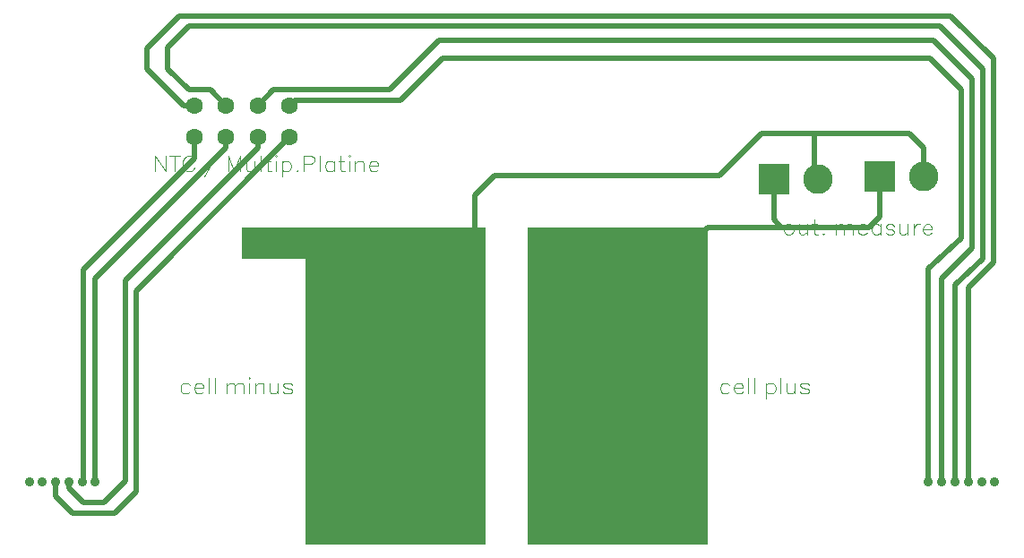
<source format=gtl>
%FSLAX46Y46*%
%MOMM*%
%ADD10C,0.000000*%
%ADD11C,0.500000*%
%AMPS12*
1,1,2.800000,0.000000,0.000000*
%
%ADD12PS12*%
%AMPS14*
1,1,0.900000,0.000000,0.000000*
%
%ADD14PS14*%
%AMPS15*
1,1,1.600000,0.000000,0.000000*
%
%ADD15PS15*%
%AMPS16*
1,1,1.600000,0.000000,0.000000*
%
%ADD16PS16*%
%AMPS13*
21,1,2.800000,2.800000,0.000000,0.000000,180.000000*
%
%ADD13PS13*%
G01*
%LPD*%
G36*
X72000000Y0D02*
X55000000Y0D01*
X55000000Y30000000D01*
X72000000Y30000000D01*
X72000000Y0D01*
D02*
G37*
%LPD*%
G36*
X51000000Y0D02*
X34000000Y0D01*
X34000000Y30000000D01*
X51000000Y30000000D01*
X51000000Y0D01*
D02*
G37*
%LPD*%
G36*
X34000000Y27000000D02*
X28000000Y27000000D01*
X28000000Y30000000D01*
X34000000Y30000000D01*
X34000000Y27000000D01*
D02*
G37*
G01*
%LPD*%
D10*
X73928568Y15214286D02*
X74071432Y15071429D01*
D10*
X73785712Y15285714D02*
X73928568Y15214286D01*
D10*
X73571432Y15285714D02*
X73785712Y15285714D01*
D10*
X73428568Y15214286D02*
X73571432Y15285714D01*
D10*
X73285712Y15071429D02*
X73428568Y15214286D01*
D10*
X73214288Y14857143D02*
X73285712Y15071429D01*
D10*
X73214288Y14714286D02*
X73214288Y14857143D01*
D10*
X73285712Y14500000D02*
X73214288Y14714286D01*
D10*
X73428568Y14357143D02*
X73285712Y14500000D01*
D10*
X73571432Y14285714D02*
X73428568Y14357143D01*
D10*
X73785712Y14285714D02*
X73571432Y14285714D01*
D10*
X73928568Y14357143D02*
X73785712Y14285714D01*
D10*
X74071432Y14500000D02*
X73928568Y14357143D01*
D10*
X75357144Y14857143D02*
X74500000Y14857143D01*
D10*
X75357144Y15000000D02*
X75357144Y14857143D01*
D10*
X75285712Y15142857D02*
X75357144Y15000000D01*
D10*
X75214288Y15214286D02*
X75285712Y15142857D01*
D10*
X75071432Y15285714D02*
X75214288Y15214286D01*
D10*
X74857144Y15285714D02*
X75071432Y15285714D01*
D10*
X74714288Y15214286D02*
X74857144Y15285714D01*
D10*
X74571432Y15071429D02*
X74714288Y15214286D01*
D10*
X74500000Y14857143D02*
X74571432Y15071429D01*
D10*
X74500000Y14714286D02*
X74500000Y14857143D01*
D10*
X74571432Y14500000D02*
X74500000Y14714286D01*
D10*
X74714288Y14357143D02*
X74571432Y14500000D01*
D10*
X74857144Y14285714D02*
X74714288Y14357143D01*
D10*
X75071432Y14285714D02*
X74857144Y14285714D01*
D10*
X75214288Y14357143D02*
X75071432Y14285714D01*
D10*
X75357144Y14500000D02*
X75214288Y14357143D01*
D10*
X75857144Y14285714D02*
X75857144Y15785714D01*
D10*
X76428568Y14285714D02*
X76428568Y15785714D01*
D10*
X77571432Y13785714D02*
X77571432Y15285714D01*
D10*
X77714288Y15214286D02*
X77571432Y15071429D01*
D10*
X77857144Y15285714D02*
X77714288Y15214286D01*
D10*
X78071432Y15285714D02*
X77857144Y15285714D01*
D10*
X78214288Y15214286D02*
X78071432Y15285714D01*
D10*
X78357144Y15071429D02*
X78214288Y15214286D01*
D10*
X78428568Y14857143D02*
X78357144Y15071429D01*
D10*
X78428568Y14714286D02*
X78428568Y14857143D01*
D10*
X78357144Y14500000D02*
X78428568Y14714286D01*
D10*
X78214288Y14357143D02*
X78357144Y14500000D01*
D10*
X78071432Y14285714D02*
X78214288Y14357143D01*
D10*
X77857144Y14285714D02*
X78071432Y14285714D01*
D10*
X77714288Y14357143D02*
X77857144Y14285714D01*
D10*
X77571432Y14500000D02*
X77714288Y14357143D01*
D10*
X78928568Y14285714D02*
X78928568Y15785714D01*
D10*
X79500000Y14571429D02*
X79500000Y15285714D01*
D10*
X79571432Y14357143D02*
X79500000Y14571429D01*
D10*
X79714288Y14285714D02*
X79571432Y14357143D01*
D10*
X79928568Y14285714D02*
X79714288Y14285714D01*
D10*
X80071432Y14357143D02*
X79928568Y14285714D01*
D10*
X80285712Y14571429D02*
X80071432Y14357143D01*
D10*
X80285712Y14285714D02*
X80285712Y15285714D01*
D10*
X81500000Y15214286D02*
X81571424Y15071429D01*
D10*
X81285712Y15285714D02*
X81500000Y15214286D01*
D10*
X81071432Y15285714D02*
X81285712Y15285714D01*
D10*
X80857144Y15214286D02*
X81071432Y15285714D01*
D10*
X80785712Y15071429D02*
X80857144Y15214286D01*
D10*
X80857144Y14928571D02*
X80785712Y15071429D01*
D10*
X81000000Y14857143D02*
X80857144Y14928571D01*
D10*
X81357144Y14785714D02*
X81000000Y14857143D01*
D10*
X81500000Y14714286D02*
X81357144Y14785714D01*
D10*
X81571424Y14571429D02*
X81500000Y14714286D01*
D10*
X81571424Y14500000D02*
X81571424Y14571429D01*
D10*
X81500000Y14357143D02*
X81571424Y14500000D01*
D10*
X81285712Y14285714D02*
X81500000Y14357143D01*
D10*
X81071432Y14285714D02*
X81285712Y14285714D01*
D10*
X80857144Y14357143D02*
X81071432Y14285714D01*
D10*
X80785712Y14500000D02*
X80857144Y14357143D01*
D10*
X22928572Y15214286D02*
X23071428Y15071429D01*
D10*
X22785714Y15285714D02*
X22928572Y15214286D01*
D10*
X22571428Y15285714D02*
X22785714Y15285714D01*
D10*
X22428572Y15214286D02*
X22571428Y15285714D01*
D10*
X22285714Y15071429D02*
X22428572Y15214286D01*
D10*
X22214286Y14857143D02*
X22285714Y15071429D01*
D10*
X22214286Y14714286D02*
X22214286Y14857143D01*
D10*
X22285714Y14500000D02*
X22214286Y14714286D01*
D10*
X22428572Y14357143D02*
X22285714Y14500000D01*
D10*
X22571428Y14285714D02*
X22428572Y14357143D01*
D10*
X22785714Y14285714D02*
X22571428Y14285714D01*
D10*
X22928572Y14357143D02*
X22785714Y14285714D01*
D10*
X23071428Y14500000D02*
X22928572Y14357143D01*
D10*
X24357142Y14857143D02*
X23500000Y14857143D01*
D10*
X24357142Y15000000D02*
X24357142Y14857143D01*
D10*
X24285714Y15142857D02*
X24357142Y15000000D01*
D10*
X24214286Y15214286D02*
X24285714Y15142857D01*
D10*
X24071428Y15285714D02*
X24214286Y15214286D01*
D10*
X23857142Y15285714D02*
X24071428Y15285714D01*
D10*
X23714286Y15214286D02*
X23857142Y15285714D01*
D10*
X23571428Y15071429D02*
X23714286Y15214286D01*
D10*
X23500000Y14857143D02*
X23571428Y15071429D01*
D10*
X23500000Y14714286D02*
X23500000Y14857143D01*
D10*
X23571428Y14500000D02*
X23500000Y14714286D01*
D10*
X23714286Y14357143D02*
X23571428Y14500000D01*
D10*
X23857142Y14285714D02*
X23714286Y14357143D01*
D10*
X24071428Y14285714D02*
X23857142Y14285714D01*
D10*
X24214286Y14357143D02*
X24071428Y14285714D01*
D10*
X24357142Y14500000D02*
X24214286Y14357143D01*
D10*
X24857142Y14285714D02*
X24857142Y15785714D01*
D10*
X25428572Y14285714D02*
X25428572Y15785714D01*
D10*
X26571428Y14285714D02*
X26571428Y15285714D01*
D10*
X26785714Y15214286D02*
X26571428Y15000000D01*
D10*
X26928572Y15285714D02*
X26785714Y15214286D01*
D10*
X27142856Y15285714D02*
X26928572Y15285714D01*
D10*
X27285714Y15214286D02*
X27142856Y15285714D01*
D10*
X27357144Y15000000D02*
X27285714Y15214286D01*
D10*
X27357144Y14285714D02*
X27357144Y15000000D01*
D10*
X27571428Y15214286D02*
X27357144Y15000000D01*
D10*
X27714286Y15285714D02*
X27571428Y15214286D01*
D10*
X27928572Y15285714D02*
X27714286Y15285714D01*
D10*
X28071428Y15214286D02*
X27928572Y15285714D01*
D10*
X28142856Y15000000D02*
X28071428Y15214286D01*
D10*
X28142856Y14285714D02*
X28142856Y15000000D01*
D10*
X28714286Y15714286D02*
X28642856Y15785714D01*
D10*
X28785714Y15785714D02*
X28714286Y15714286D01*
D10*
X28714286Y15857143D02*
X28785714Y15785714D01*
D10*
X28642856Y15785714D02*
X28714286Y15857143D01*
D10*
X28714286Y14285714D02*
X28714286Y15285714D01*
D10*
X29285714Y14285714D02*
X29285714Y15285714D01*
D10*
X29500000Y15214286D02*
X29285714Y15000000D01*
D10*
X29642856Y15285714D02*
X29500000Y15214286D01*
D10*
X29857142Y15285714D02*
X29642856Y15285714D01*
D10*
X30000000Y15214286D02*
X29857142Y15285714D01*
D10*
X30071428Y15000000D02*
X30000000Y15214286D01*
D10*
X30071428Y14285714D02*
X30071428Y15000000D01*
D10*
X30642856Y14571429D02*
X30642856Y15285714D01*
D10*
X30714286Y14357143D02*
X30642856Y14571429D01*
D10*
X30857144Y14285714D02*
X30714286Y14357143D01*
D10*
X31071428Y14285714D02*
X30857144Y14285714D01*
D10*
X31214286Y14357143D02*
X31071428Y14285714D01*
D10*
X31428572Y14571429D02*
X31214286Y14357143D01*
D10*
X31428572Y14285714D02*
X31428572Y15285714D01*
D10*
X32642856Y15214286D02*
X32714286Y15071429D01*
D10*
X32428572Y15285714D02*
X32642856Y15214286D01*
D10*
X32214286Y15285714D02*
X32428572Y15285714D01*
D10*
X32000000Y15214286D02*
X32214286Y15285714D01*
D10*
X31928572Y15071429D02*
X32000000Y15214286D01*
D10*
X32000000Y14928571D02*
X31928572Y15071429D01*
D10*
X32142856Y14857143D02*
X32000000Y14928571D01*
D10*
X32500000Y14785714D02*
X32142856Y14857143D01*
D10*
X32642856Y14714286D02*
X32500000Y14785714D01*
D10*
X32714286Y14571429D02*
X32642856Y14714286D01*
D10*
X32714286Y14500000D02*
X32714286Y14571429D01*
D10*
X32642856Y14357143D02*
X32714286Y14500000D01*
D10*
X32428572Y14285714D02*
X32642856Y14357143D01*
D10*
X32214286Y14285714D02*
X32428572Y14285714D01*
D10*
X32000000Y14357143D02*
X32214286Y14285714D01*
D10*
X31928572Y14500000D02*
X32000000Y14357143D01*
D10*
X79428568Y30214286D02*
X79571432Y30285714D01*
D10*
X79285712Y30071428D02*
X79428568Y30214286D01*
D10*
X79214288Y29857142D02*
X79285712Y30071428D01*
D10*
X79214288Y29714286D02*
X79214288Y29857142D01*
D10*
X79285712Y29500000D02*
X79214288Y29714286D01*
D10*
X79428568Y29357142D02*
X79285712Y29500000D01*
D10*
X79571432Y29285714D02*
X79428568Y29357142D01*
D10*
X79785712Y29285714D02*
X79571432Y29285714D01*
D10*
X79928568Y29357142D02*
X79785712Y29285714D01*
D10*
X80071432Y29500000D02*
X79928568Y29357142D01*
D10*
X80142856Y29714286D02*
X80071432Y29500000D01*
D10*
X80142856Y29857142D02*
X80142856Y29714286D01*
D10*
X80071432Y30071428D02*
X80142856Y29857142D01*
D10*
X79928568Y30214286D02*
X80071432Y30071428D01*
D10*
X79785712Y30285714D02*
X79928568Y30214286D01*
D10*
X79571432Y30285714D02*
X79785712Y30285714D01*
D10*
X80642856Y29571428D02*
X80642856Y30285714D01*
D10*
X80714288Y29357142D02*
X80642856Y29571428D01*
D10*
X80857144Y29285714D02*
X80714288Y29357142D01*
D10*
X81071432Y29285714D02*
X80857144Y29285714D01*
D10*
X81214288Y29357142D02*
X81071432Y29285714D01*
D10*
X81428568Y29571428D02*
X81214288Y29357142D01*
D10*
X81428568Y29285714D02*
X81428568Y30285714D01*
D10*
X82071432Y29571428D02*
X82071432Y30785714D01*
D10*
X82142856Y29357142D02*
X82071432Y29571428D01*
D10*
X82285712Y29285714D02*
X82142856Y29357142D01*
D10*
X82428568Y29285714D02*
X82285712Y29285714D01*
D10*
X82357144Y30285714D02*
X81857144Y30285714D01*
D10*
X82857144Y29357142D02*
X82928568Y29428572D01*
D10*
X82928568Y29285714D02*
X82857144Y29357142D01*
D10*
X83000000Y29357142D02*
X82928568Y29285714D01*
D10*
X82928568Y29428572D02*
X83000000Y29357142D01*
D10*
X84142856Y29285714D02*
X84142856Y30285714D01*
D10*
X84357144Y30214286D02*
X84142856Y30000000D01*
D10*
X84500000Y30285714D02*
X84357144Y30214286D01*
D10*
X84714288Y30285714D02*
X84500000Y30285714D01*
D10*
X84857144Y30214286D02*
X84714288Y30285714D01*
D10*
X84928568Y30000000D02*
X84857144Y30214286D01*
D10*
X84928568Y29285714D02*
X84928568Y30000000D01*
D10*
X85142856Y30214286D02*
X84928568Y30000000D01*
D10*
X85285712Y30285714D02*
X85142856Y30214286D01*
D10*
X85500000Y30285714D02*
X85285712Y30285714D01*
D10*
X85642856Y30214286D02*
X85500000Y30285714D01*
D10*
X85714288Y30000000D02*
X85642856Y30214286D01*
D10*
X85714288Y29285714D02*
X85714288Y30000000D01*
D10*
X87071432Y29857142D02*
X86214288Y29857142D01*
D10*
X87071432Y30000000D02*
X87071432Y29857142D01*
D10*
X87000000Y30142858D02*
X87071432Y30000000D01*
D10*
X86928568Y30214286D02*
X87000000Y30142858D01*
D10*
X86785712Y30285714D02*
X86928568Y30214286D01*
D10*
X86571432Y30285714D02*
X86785712Y30285714D01*
D10*
X86428568Y30214286D02*
X86571432Y30285714D01*
D10*
X86285712Y30071428D02*
X86428568Y30214286D01*
D10*
X86214288Y29857142D02*
X86285712Y30071428D01*
D10*
X86214288Y29714286D02*
X86214288Y29857142D01*
D10*
X86285712Y29500000D02*
X86214288Y29714286D01*
D10*
X86428568Y29357142D02*
X86285712Y29500000D01*
D10*
X86571432Y29285714D02*
X86428568Y29357142D01*
D10*
X86785712Y29285714D02*
X86571432Y29285714D01*
D10*
X86928568Y29357142D02*
X86785712Y29285714D01*
D10*
X87071432Y29500000D02*
X86928568Y29357142D01*
D10*
X88357144Y29285714D02*
X88357144Y30285714D01*
D10*
X88214288Y30214286D02*
X88357144Y30071428D01*
D10*
X88071424Y30285714D02*
X88214288Y30214286D01*
D10*
X87857144Y30285714D02*
X88071424Y30285714D01*
D10*
X87714288Y30214286D02*
X87857144Y30285714D01*
D10*
X87571424Y30071428D02*
X87714288Y30214286D01*
D10*
X87500000Y29857142D02*
X87571424Y30071428D01*
D10*
X87500000Y29714286D02*
X87500000Y29857142D01*
D10*
X87571424Y29500000D02*
X87500000Y29714286D01*
D10*
X87714288Y29357142D02*
X87571424Y29500000D01*
D10*
X87857144Y29285714D02*
X87714288Y29357142D01*
D10*
X88071424Y29285714D02*
X87857144Y29285714D01*
D10*
X88214288Y29357142D02*
X88071424Y29285714D01*
D10*
X88357144Y29500000D02*
X88214288Y29357142D01*
D10*
X89571424Y30214286D02*
X89642856Y30071428D01*
D10*
X89357144Y30285714D02*
X89571424Y30214286D01*
D10*
X89142856Y30285714D02*
X89357144Y30285714D01*
D10*
X88928568Y30214286D02*
X89142856Y30285714D01*
D10*
X88857144Y30071428D02*
X88928568Y30214286D01*
D10*
X88928568Y29928572D02*
X88857144Y30071428D01*
D10*
X89071424Y29857142D02*
X88928568Y29928572D01*
D10*
X89428568Y29785714D02*
X89071424Y29857142D01*
D10*
X89571424Y29714286D02*
X89428568Y29785714D01*
D10*
X89642856Y29571428D02*
X89571424Y29714286D01*
D10*
X89642856Y29500000D02*
X89642856Y29571428D01*
D10*
X89571424Y29357142D02*
X89642856Y29500000D01*
D10*
X89357144Y29285714D02*
X89571424Y29357142D01*
D10*
X89142856Y29285714D02*
X89357144Y29285714D01*
D10*
X88928568Y29357142D02*
X89142856Y29285714D01*
D10*
X88857144Y29500000D02*
X88928568Y29357142D01*
D10*
X90142856Y29571428D02*
X90142856Y30285714D01*
D10*
X90214288Y29357142D02*
X90142856Y29571428D01*
D10*
X90357144Y29285714D02*
X90214288Y29357142D01*
D10*
X90571424Y29285714D02*
X90357144Y29285714D01*
D10*
X90714288Y29357142D02*
X90571424Y29285714D01*
D10*
X90928568Y29571428D02*
X90714288Y29357142D01*
D10*
X90928568Y29285714D02*
X90928568Y30285714D01*
D10*
X91500000Y29285714D02*
X91500000Y30285714D01*
D10*
X91571424Y30071428D02*
X91500000Y29857142D01*
D10*
X91714288Y30214286D02*
X91571424Y30071428D01*
D10*
X91857144Y30285714D02*
X91714288Y30214286D01*
D10*
X92071424Y30285714D02*
X91857144Y30285714D01*
D10*
X93214288Y29857142D02*
X92357144Y29857142D01*
D10*
X93214288Y30000000D02*
X93214288Y29857142D01*
D10*
X93142856Y30142858D02*
X93214288Y30000000D01*
D10*
X93071424Y30214286D02*
X93142856Y30142858D01*
D10*
X92928568Y30285714D02*
X93071424Y30214286D01*
D10*
X92714288Y30285714D02*
X92928568Y30285714D01*
D10*
X92571424Y30214286D02*
X92714288Y30285714D01*
D10*
X92428568Y30071428D02*
X92571424Y30214286D01*
D10*
X92357144Y29857142D02*
X92428568Y30071428D01*
D10*
X92357144Y29714286D02*
X92357144Y29857142D01*
D10*
X92428568Y29500000D02*
X92357144Y29714286D01*
D10*
X92571424Y29357142D02*
X92428568Y29500000D01*
D10*
X92714288Y29285714D02*
X92571424Y29357142D01*
D10*
X92928568Y29285714D02*
X92714288Y29285714D01*
D10*
X93071424Y29357142D02*
X92928568Y29285714D01*
D10*
X93214288Y29500000D02*
X93071424Y29357142D01*
D10*
X19785714Y35285668D02*
X19785714Y36785668D01*
D10*
X20785714Y35285668D02*
X19785714Y36785668D01*
D10*
X20785714Y35285668D02*
X20785714Y36785668D01*
D10*
X21642856Y35285668D02*
X21642856Y36785668D01*
D10*
X22142856Y36785668D02*
X21142858Y36785668D01*
D10*
X23428572Y36571380D02*
X23500000Y36428524D01*
D10*
X23285714Y36714236D02*
X23428572Y36571380D01*
D10*
X23142856Y36785668D02*
X23285714Y36714236D01*
D10*
X22857142Y36785668D02*
X23142856Y36785668D01*
D10*
X22714286Y36714236D02*
X22857142Y36785668D01*
D10*
X22571428Y36571380D02*
X22714286Y36714236D01*
D10*
X22500000Y36428524D02*
X22571428Y36571380D01*
D10*
X22428572Y36214236D02*
X22500000Y36428524D01*
D10*
X22428572Y35857096D02*
X22428572Y36214236D01*
D10*
X22500000Y35642808D02*
X22428572Y35857096D01*
D10*
X22571428Y35499952D02*
X22500000Y35642808D01*
D10*
X22714286Y35357096D02*
X22571428Y35499952D01*
D10*
X22857142Y35285668D02*
X22714286Y35357096D01*
D10*
X23142856Y35285668D02*
X22857142Y35285668D01*
D10*
X23285714Y35357096D02*
X23142856Y35285668D01*
D10*
X23428572Y35499952D02*
X23285714Y35357096D01*
D10*
X23500000Y35642808D02*
X23428572Y35499952D01*
D10*
X24428572Y34785668D02*
X25714286Y37071380D01*
D10*
X26714286Y35285668D02*
X26714286Y36785668D01*
D10*
X27285714Y35285668D02*
X26714286Y36785668D01*
D10*
X27285714Y35285668D02*
X27857142Y36785668D01*
D10*
X27857142Y35285668D02*
X27857142Y36785668D01*
D10*
X28428572Y35571380D02*
X28428572Y36285668D01*
D10*
X28500000Y35357096D02*
X28428572Y35571380D01*
D10*
X28642856Y35285668D02*
X28500000Y35357096D01*
D10*
X28857144Y35285668D02*
X28642856Y35285668D01*
D10*
X29000000Y35357096D02*
X28857144Y35285668D01*
D10*
X29214286Y35571380D02*
X29000000Y35357096D01*
D10*
X29214286Y35285668D02*
X29214286Y36285668D01*
D10*
X29785714Y35285668D02*
X29785714Y36785668D01*
D10*
X30428572Y35571380D02*
X30428572Y36785668D01*
D10*
X30500000Y35357096D02*
X30428572Y35571380D01*
D10*
X30642856Y35285668D02*
X30500000Y35357096D01*
D10*
X30785714Y35285668D02*
X30642856Y35285668D01*
D10*
X30714286Y36285668D02*
X30214286Y36285668D01*
D10*
X31214286Y36714236D02*
X31142856Y36785668D01*
D10*
X31285714Y36785668D02*
X31214286Y36714236D01*
D10*
X31214286Y36857096D02*
X31285714Y36785668D01*
D10*
X31142856Y36785668D02*
X31214286Y36857096D01*
D10*
X31214286Y35285668D02*
X31214286Y36285668D01*
D10*
X31785714Y34785668D02*
X31785714Y36285668D01*
D10*
X31928572Y36214236D02*
X31785714Y36071380D01*
D10*
X32071428Y36285668D02*
X31928572Y36214236D01*
D10*
X32285714Y36285668D02*
X32071428Y36285668D01*
D10*
X32428572Y36214236D02*
X32285714Y36285668D01*
D10*
X32571428Y36071380D02*
X32428572Y36214236D01*
D10*
X32642856Y35857096D02*
X32571428Y36071380D01*
D10*
X32642856Y35714236D02*
X32642856Y35857096D01*
D10*
X32571428Y35499952D02*
X32642856Y35714236D01*
D10*
X32428572Y35357096D02*
X32571428Y35499952D01*
D10*
X32285714Y35285668D02*
X32428572Y35357096D01*
D10*
X32071428Y35285668D02*
X32285714Y35285668D01*
D10*
X31928572Y35357096D02*
X32071428Y35285668D01*
D10*
X31785714Y35499952D02*
X31928572Y35357096D01*
D10*
X33142856Y35357096D02*
X33214286Y35428524D01*
D10*
X33214286Y35285668D02*
X33142856Y35357096D01*
D10*
X33285714Y35357096D02*
X33214286Y35285668D01*
D10*
X33214286Y35428524D02*
X33285714Y35357096D01*
D10*
X33857144Y35285668D02*
X33857144Y36785668D01*
D10*
X34500000Y36785668D02*
X33857144Y36785668D01*
D10*
X34714284Y36714236D02*
X34500000Y36785668D01*
D10*
X34785712Y36642808D02*
X34714284Y36714236D01*
D10*
X34857144Y36499952D02*
X34785712Y36642808D01*
D10*
X34857144Y36285668D02*
X34857144Y36499952D01*
D10*
X34785712Y36142808D02*
X34857144Y36285668D01*
D10*
X34714284Y36071380D02*
X34785712Y36142808D01*
D10*
X34500000Y35999952D02*
X34714284Y36071380D01*
D10*
X33857144Y35999952D02*
X34500000Y35999952D01*
D10*
X35357144Y35285668D02*
X35357144Y36785668D01*
D10*
X36714288Y35285668D02*
X36714288Y36285668D01*
D10*
X36571428Y36214236D02*
X36714288Y36071380D01*
D10*
X36428572Y36285668D02*
X36571428Y36214236D01*
D10*
X36214284Y36285668D02*
X36428572Y36285668D01*
D10*
X36071428Y36214236D02*
X36214284Y36285668D01*
D10*
X35928572Y36071380D02*
X36071428Y36214236D01*
D10*
X35857144Y35857096D02*
X35928572Y36071380D01*
D10*
X35857144Y35714236D02*
X35857144Y35857096D01*
D10*
X35928572Y35499952D02*
X35857144Y35714236D01*
D10*
X36071428Y35357096D02*
X35928572Y35499952D01*
D10*
X36214284Y35285668D02*
X36071428Y35357096D01*
D10*
X36428572Y35285668D02*
X36214284Y35285668D01*
D10*
X36571428Y35357096D02*
X36428572Y35285668D01*
D10*
X36714288Y35499952D02*
X36571428Y35357096D01*
D10*
X37357144Y35571380D02*
X37357144Y36785668D01*
D10*
X37428572Y35357096D02*
X37357144Y35571380D01*
D10*
X37571428Y35285668D02*
X37428572Y35357096D01*
D10*
X37714288Y35285668D02*
X37571428Y35285668D01*
D10*
X37642856Y36285668D02*
X37142856Y36285668D01*
D10*
X38142856Y36714236D02*
X38071428Y36785668D01*
D10*
X38214288Y36785668D02*
X38142856Y36714236D01*
D10*
X38142856Y36857096D02*
X38214288Y36785668D01*
D10*
X38071428Y36785668D02*
X38142856Y36857096D01*
D10*
X38142856Y35285668D02*
X38142856Y36285668D01*
D10*
X38714288Y35285668D02*
X38714288Y36285668D01*
D10*
X38928572Y36214236D02*
X38714288Y35999952D01*
D10*
X39071428Y36285668D02*
X38928572Y36214236D01*
D10*
X39285712Y36285668D02*
X39071428Y36285668D01*
D10*
X39428572Y36214236D02*
X39285712Y36285668D01*
D10*
X39500000Y35999952D02*
X39428572Y36214236D01*
D10*
X39500000Y35285668D02*
X39500000Y35999952D01*
D10*
X40857144Y35857096D02*
X40000000Y35857096D01*
D10*
X40857144Y35999952D02*
X40857144Y35857096D01*
D10*
X40785712Y36142808D02*
X40857144Y35999952D01*
D10*
X40714288Y36214236D02*
X40785712Y36142808D01*
D10*
X40571428Y36285668D02*
X40714288Y36214236D01*
D10*
X40357144Y36285668D02*
X40571428Y36285668D01*
D10*
X40214288Y36214236D02*
X40357144Y36285668D01*
D10*
X40071428Y36071380D02*
X40214288Y36214236D01*
D10*
X40000000Y35857096D02*
X40071428Y36071380D01*
D10*
X40000000Y35714236D02*
X40000000Y35857096D01*
D10*
X40071428Y35499952D02*
X40000000Y35714236D01*
D10*
X40214288Y35357096D02*
X40071428Y35499952D01*
D10*
X40357144Y35285668D02*
X40214288Y35357096D01*
D10*
X40571428Y35285668D02*
X40357144Y35285668D01*
D10*
X40714288Y35357096D02*
X40571428Y35285668D01*
D10*
X40857144Y35499952D02*
X40714288Y35357096D01*
D11*
X96000000Y29000000D02*
X96000000Y32349990D01*
D11*
X47000000Y46000000D02*
X43000000Y42000000D01*
D11*
X96650000Y5950000D02*
X96650000Y24350000D01*
D11*
X92459375Y37521853D02*
X91109375Y38871853D01*
D11*
X26500000Y37500000D02*
X14150000Y25150000D01*
D11*
X43000000Y42000000D02*
X33000000Y42000000D01*
D11*
X23500000Y36500000D02*
X13000000Y26000000D01*
D11*
X23000000Y49000000D02*
X21000000Y47000000D01*
D11*
X91109375Y38871853D02*
X82109375Y38871853D01*
D11*
X17000000Y25000000D02*
X17000000Y6000000D01*
D11*
X10400000Y5950000D02*
X10400000Y4600000D01*
D11*
X97000000Y31000000D02*
X97000000Y44000000D01*
D11*
X99000000Y26700000D02*
X99000000Y30000000D01*
D11*
X17000000Y6000000D02*
X15000000Y4000000D01*
D11*
X12900000Y5900000D02*
X12900000Y5950000D01*
D11*
X97000000Y44000000D02*
X93349990Y47650010D01*
D11*
X98000000Y27000000D02*
X98000000Y45000000D01*
D11*
X19000000Y46919252D02*
X19000000Y45000000D01*
D11*
X22500000Y41500000D02*
X23500000Y41500000D01*
D11*
X33000000Y42000000D02*
X32500000Y41500000D01*
D11*
X92900000Y8100000D02*
X92900000Y26100000D01*
D11*
X94000000Y49000000D02*
X23000000Y49000000D01*
D11*
X93349990Y47650010D02*
X46650010Y47650010D01*
D11*
X94150000Y24730728D02*
X94150000Y24850000D01*
D11*
X23500000Y38500000D02*
X23500000Y36500000D01*
D11*
X95000000Y50000000D02*
X22080748Y50000000D01*
D11*
X10400000Y4600000D02*
X12000000Y3000000D01*
D11*
X29500000Y37500000D02*
X17000000Y25000000D01*
D11*
X78981228Y30000000D02*
X78259375Y30721853D01*
D11*
X16000000Y3000000D02*
X18000000Y5000000D01*
D11*
X96650000Y24350000D02*
X99000000Y26700000D01*
D11*
X95400000Y5950000D02*
X95400000Y24600000D01*
D11*
X92459375Y34821853D02*
X92459375Y37521853D01*
D11*
X82109375Y38871853D02*
X77109375Y38871853D01*
D11*
X21000000Y47000000D02*
X21000000Y45000000D01*
D11*
X77109375Y38871853D02*
X73109375Y34871853D01*
D11*
X18000000Y24000000D02*
X31849990Y37849990D01*
D11*
X94150000Y25150000D02*
X96540374Y27540374D01*
D11*
X22080748Y50000000D02*
X19000000Y46919252D01*
D11*
X25000000Y43000000D02*
X26500000Y41500000D01*
D11*
X31849990Y37849990D02*
X32500000Y38500000D01*
D11*
X82109375Y35871853D02*
X82109375Y38871853D01*
D11*
X95400000Y24600000D02*
X98000000Y27000000D01*
D11*
X21000000Y45000000D02*
X23000000Y43000000D01*
D11*
X51871853Y34871853D02*
X50000000Y33000000D01*
D11*
X99000000Y30000000D02*
X99000000Y46000000D01*
D11*
X96540374Y27540374D02*
X97000000Y28000000D01*
D11*
X78981228Y30000000D02*
X87237522Y30000000D01*
D11*
X29500000Y38500000D02*
X29500000Y37500000D01*
D11*
X19000000Y45000000D02*
X22500000Y41500000D01*
D11*
X13000000Y26000000D02*
X13000000Y6000000D01*
D11*
X88259375Y34821853D02*
X88259375Y31021853D01*
D11*
X97000000Y28000000D02*
X97000000Y31000000D01*
D11*
X12000000Y3000000D02*
X16000000Y3000000D01*
D11*
X11650000Y5350000D02*
X11650000Y5950000D01*
D11*
X50000000Y33000000D02*
X50000000Y30000000D01*
D11*
X46650010Y47650010D02*
X42000000Y43000000D01*
D11*
X93000000Y46000000D02*
X47000000Y46000000D01*
D11*
X42000000Y43000000D02*
X31000000Y43000000D01*
D11*
X92900000Y5950000D02*
X92900000Y8100000D01*
D11*
X13000000Y4000000D02*
X11650000Y5350000D01*
D11*
X96000000Y32000000D02*
X96000000Y43000000D01*
D11*
X94150000Y5950000D02*
X94150000Y24730728D01*
D11*
X13000000Y6000000D02*
X12900000Y5900000D01*
D11*
X82459375Y34571853D02*
X82109375Y35871853D01*
D11*
X73109375Y34871853D02*
X51871853Y34871853D01*
D11*
X18000000Y5000000D02*
X18000000Y24000000D01*
D11*
X31000000Y43000000D02*
X29500000Y41500000D01*
D11*
X26500000Y38500000D02*
X26500000Y37500000D01*
D11*
X14150000Y25150000D02*
X14150000Y5950000D01*
D11*
X78981228Y30000000D02*
X72000000Y30000000D01*
D11*
X72000000Y30000000D02*
X71000000Y29000000D01*
D11*
X87237522Y30000000D02*
X88259375Y31021853D01*
D11*
X23000000Y43000000D02*
X25000000Y43000000D01*
D11*
X92900000Y26100000D02*
X96000000Y29000000D01*
D11*
X99000000Y46000000D02*
X95000000Y50000000D01*
D11*
X98000000Y45000000D02*
X94000000Y49000000D01*
D11*
X96000000Y43000000D02*
X93000000Y46000000D01*
D11*
X78259375Y30721853D02*
X78259375Y34571853D01*
D11*
X15000000Y4000000D02*
X13000000Y4000000D01*
D11*
X94150000Y24730728D02*
X94150000Y25150000D01*
G75*
D12*
X92459375Y34821853D03*
D13*
X88259375Y34821853D03*
D14*
X12900000Y5950000D03*
D14*
X9150000Y5950000D03*
D14*
X10400000Y5950000D03*
D14*
X11650000Y5950000D03*
D14*
X7900000Y5950000D03*
D14*
X14150000Y5950000D03*
D15*
X26500000Y38500000D03*
D16*
X26500000Y41500000D03*
D16*
X32500000Y41500000D03*
D15*
X23500000Y38500000D03*
D16*
X29500000Y41500000D03*
D16*
X23500000Y41500000D03*
D15*
X29500000Y38500000D03*
D15*
X32500000Y38500000D03*
D14*
X97900000Y5950000D03*
D14*
X94150000Y5950000D03*
D14*
X95400000Y5950000D03*
D14*
X96650000Y5950000D03*
D14*
X92900000Y5950000D03*
D14*
X99150000Y5950000D03*
D12*
X82459375Y34571853D03*
D13*
X78259375Y34571853D03*
M02*

</source>
